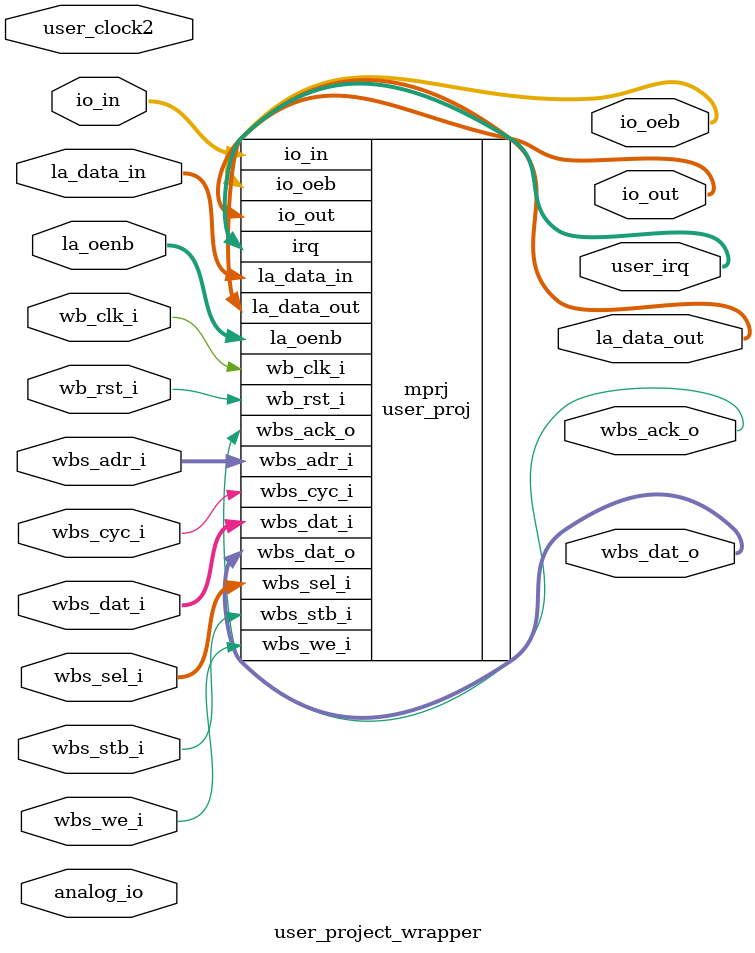
<source format=v>
module user_project_wrapper (user_clock2,
    wb_clk_i,
    wb_rst_i,
    wbs_ack_o,
    wbs_cyc_i,
    wbs_stb_i,
    wbs_we_i,
    analog_io,
    io_in,
    io_oeb,
    io_out,
    la_data_in,
    la_data_out,
    la_oenb,
    user_irq,
    wbs_adr_i,
    wbs_dat_i,
    wbs_dat_o,
    wbs_sel_i);
 input user_clock2;
 input wb_clk_i;
 input wb_rst_i;
 output wbs_ack_o;
 input wbs_cyc_i;
 input wbs_stb_i;
 input wbs_we_i;
 inout [28:0] analog_io;
 input [37:0] io_in;
 output [37:0] io_oeb;
 output [37:0] io_out;
 input [127:0] la_data_in;
 output [127:0] la_data_out;
 input [127:0] la_oenb;
 output [2:0] user_irq;
 input [31:0] wbs_adr_i;
 input [31:0] wbs_dat_i;
 output [31:0] wbs_dat_o;
 input [3:0] wbs_sel_i;


 user_proj mprj (.wb_clk_i(wb_clk_i),
    .wb_rst_i(wb_rst_i),
    .wbs_ack_o(wbs_ack_o),
    .wbs_cyc_i(wbs_cyc_i),
    .wbs_stb_i(wbs_stb_i),
    .wbs_we_i(wbs_we_i),
    .io_in({io_in[37],
    io_in[36],
    io_in[35],
    io_in[34],
    io_in[33],
    io_in[32],
    io_in[31],
    io_in[30],
    io_in[29],
    io_in[28],
    io_in[27],
    io_in[26],
    io_in[25],
    io_in[24],
    io_in[23],
    io_in[22],
    io_in[21],
    io_in[20],
    io_in[19],
    io_in[18],
    io_in[17],
    io_in[16],
    io_in[15],
    io_in[14],
    io_in[13],
    io_in[12],
    io_in[11],
    io_in[10],
    io_in[9],
    io_in[8],
    io_in[7],
    io_in[6],
    io_in[5],
    io_in[4],
    io_in[3],
    io_in[2],
    io_in[1],
    io_in[0]}),
    .io_oeb({io_oeb[37],
    io_oeb[36],
    io_oeb[35],
    io_oeb[34],
    io_oeb[33],
    io_oeb[32],
    io_oeb[31],
    io_oeb[30],
    io_oeb[29],
    io_oeb[28],
    io_oeb[27],
    io_oeb[26],
    io_oeb[25],
    io_oeb[24],
    io_oeb[23],
    io_oeb[22],
    io_oeb[21],
    io_oeb[20],
    io_oeb[19],
    io_oeb[18],
    io_oeb[17],
    io_oeb[16],
    io_oeb[15],
    io_oeb[14],
    io_oeb[13],
    io_oeb[12],
    io_oeb[11],
    io_oeb[10],
    io_oeb[9],
    io_oeb[8],
    io_oeb[7],
    io_oeb[6],
    io_oeb[5],
    io_oeb[4],
    io_oeb[3],
    io_oeb[2],
    io_oeb[1],
    io_oeb[0]}),
    .io_out({io_out[37],
    io_out[36],
    io_out[35],
    io_out[34],
    io_out[33],
    io_out[32],
    io_out[31],
    io_out[30],
    io_out[29],
    io_out[28],
    io_out[27],
    io_out[26],
    io_out[25],
    io_out[24],
    io_out[23],
    io_out[22],
    io_out[21],
    io_out[20],
    io_out[19],
    io_out[18],
    io_out[17],
    io_out[16],
    io_out[15],
    io_out[14],
    io_out[13],
    io_out[12],
    io_out[11],
    io_out[10],
    io_out[9],
    io_out[8],
    io_out[7],
    io_out[6],
    io_out[5],
    io_out[4],
    io_out[3],
    io_out[2],
    io_out[1],
    io_out[0]}),
    .irq({user_irq[2],
    user_irq[1],
    user_irq[0]}),
    .la_data_in({la_data_in[127],
    la_data_in[126],
    la_data_in[125],
    la_data_in[124],
    la_data_in[123],
    la_data_in[122],
    la_data_in[121],
    la_data_in[120],
    la_data_in[119],
    la_data_in[118],
    la_data_in[117],
    la_data_in[116],
    la_data_in[115],
    la_data_in[114],
    la_data_in[113],
    la_data_in[112],
    la_data_in[111],
    la_data_in[110],
    la_data_in[109],
    la_data_in[108],
    la_data_in[107],
    la_data_in[106],
    la_data_in[105],
    la_data_in[104],
    la_data_in[103],
    la_data_in[102],
    la_data_in[101],
    la_data_in[100],
    la_data_in[99],
    la_data_in[98],
    la_data_in[97],
    la_data_in[96],
    la_data_in[95],
    la_data_in[94],
    la_data_in[93],
    la_data_in[92],
    la_data_in[91],
    la_data_in[90],
    la_data_in[89],
    la_data_in[88],
    la_data_in[87],
    la_data_in[86],
    la_data_in[85],
    la_data_in[84],
    la_data_in[83],
    la_data_in[82],
    la_data_in[81],
    la_data_in[80],
    la_data_in[79],
    la_data_in[78],
    la_data_in[77],
    la_data_in[76],
    la_data_in[75],
    la_data_in[74],
    la_data_in[73],
    la_data_in[72],
    la_data_in[71],
    la_data_in[70],
    la_data_in[69],
    la_data_in[68],
    la_data_in[67],
    la_data_in[66],
    la_data_in[65],
    la_data_in[64],
    la_data_in[63],
    la_data_in[62],
    la_data_in[61],
    la_data_in[60],
    la_data_in[59],
    la_data_in[58],
    la_data_in[57],
    la_data_in[56],
    la_data_in[55],
    la_data_in[54],
    la_data_in[53],
    la_data_in[52],
    la_data_in[51],
    la_data_in[50],
    la_data_in[49],
    la_data_in[48],
    la_data_in[47],
    la_data_in[46],
    la_data_in[45],
    la_data_in[44],
    la_data_in[43],
    la_data_in[42],
    la_data_in[41],
    la_data_in[40],
    la_data_in[39],
    la_data_in[38],
    la_data_in[37],
    la_data_in[36],
    la_data_in[35],
    la_data_in[34],
    la_data_in[33],
    la_data_in[32],
    la_data_in[31],
    la_data_in[30],
    la_data_in[29],
    la_data_in[28],
    la_data_in[27],
    la_data_in[26],
    la_data_in[25],
    la_data_in[24],
    la_data_in[23],
    la_data_in[22],
    la_data_in[21],
    la_data_in[20],
    la_data_in[19],
    la_data_in[18],
    la_data_in[17],
    la_data_in[16],
    la_data_in[15],
    la_data_in[14],
    la_data_in[13],
    la_data_in[12],
    la_data_in[11],
    la_data_in[10],
    la_data_in[9],
    la_data_in[8],
    la_data_in[7],
    la_data_in[6],
    la_data_in[5],
    la_data_in[4],
    la_data_in[3],
    la_data_in[2],
    la_data_in[1],
    la_data_in[0]}),
    .la_data_out({la_data_out[127],
    la_data_out[126],
    la_data_out[125],
    la_data_out[124],
    la_data_out[123],
    la_data_out[122],
    la_data_out[121],
    la_data_out[120],
    la_data_out[119],
    la_data_out[118],
    la_data_out[117],
    la_data_out[116],
    la_data_out[115],
    la_data_out[114],
    la_data_out[113],
    la_data_out[112],
    la_data_out[111],
    la_data_out[110],
    la_data_out[109],
    la_data_out[108],
    la_data_out[107],
    la_data_out[106],
    la_data_out[105],
    la_data_out[104],
    la_data_out[103],
    la_data_out[102],
    la_data_out[101],
    la_data_out[100],
    la_data_out[99],
    la_data_out[98],
    la_data_out[97],
    la_data_out[96],
    la_data_out[95],
    la_data_out[94],
    la_data_out[93],
    la_data_out[92],
    la_data_out[91],
    la_data_out[90],
    la_data_out[89],
    la_data_out[88],
    la_data_out[87],
    la_data_out[86],
    la_data_out[85],
    la_data_out[84],
    la_data_out[83],
    la_data_out[82],
    la_data_out[81],
    la_data_out[80],
    la_data_out[79],
    la_data_out[78],
    la_data_out[77],
    la_data_out[76],
    la_data_out[75],
    la_data_out[74],
    la_data_out[73],
    la_data_out[72],
    la_data_out[71],
    la_data_out[70],
    la_data_out[69],
    la_data_out[68],
    la_data_out[67],
    la_data_out[66],
    la_data_out[65],
    la_data_out[64],
    la_data_out[63],
    la_data_out[62],
    la_data_out[61],
    la_data_out[60],
    la_data_out[59],
    la_data_out[58],
    la_data_out[57],
    la_data_out[56],
    la_data_out[55],
    la_data_out[54],
    la_data_out[53],
    la_data_out[52],
    la_data_out[51],
    la_data_out[50],
    la_data_out[49],
    la_data_out[48],
    la_data_out[47],
    la_data_out[46],
    la_data_out[45],
    la_data_out[44],
    la_data_out[43],
    la_data_out[42],
    la_data_out[41],
    la_data_out[40],
    la_data_out[39],
    la_data_out[38],
    la_data_out[37],
    la_data_out[36],
    la_data_out[35],
    la_data_out[34],
    la_data_out[33],
    la_data_out[32],
    la_data_out[31],
    la_data_out[30],
    la_data_out[29],
    la_data_out[28],
    la_data_out[27],
    la_data_out[26],
    la_data_out[25],
    la_data_out[24],
    la_data_out[23],
    la_data_out[22],
    la_data_out[21],
    la_data_out[20],
    la_data_out[19],
    la_data_out[18],
    la_data_out[17],
    la_data_out[16],
    la_data_out[15],
    la_data_out[14],
    la_data_out[13],
    la_data_out[12],
    la_data_out[11],
    la_data_out[10],
    la_data_out[9],
    la_data_out[8],
    la_data_out[7],
    la_data_out[6],
    la_data_out[5],
    la_data_out[4],
    la_data_out[3],
    la_data_out[2],
    la_data_out[1],
    la_data_out[0]}),
    .la_oenb({la_oenb[127],
    la_oenb[126],
    la_oenb[125],
    la_oenb[124],
    la_oenb[123],
    la_oenb[122],
    la_oenb[121],
    la_oenb[120],
    la_oenb[119],
    la_oenb[118],
    la_oenb[117],
    la_oenb[116],
    la_oenb[115],
    la_oenb[114],
    la_oenb[113],
    la_oenb[112],
    la_oenb[111],
    la_oenb[110],
    la_oenb[109],
    la_oenb[108],
    la_oenb[107],
    la_oenb[106],
    la_oenb[105],
    la_oenb[104],
    la_oenb[103],
    la_oenb[102],
    la_oenb[101],
    la_oenb[100],
    la_oenb[99],
    la_oenb[98],
    la_oenb[97],
    la_oenb[96],
    la_oenb[95],
    la_oenb[94],
    la_oenb[93],
    la_oenb[92],
    la_oenb[91],
    la_oenb[90],
    la_oenb[89],
    la_oenb[88],
    la_oenb[87],
    la_oenb[86],
    la_oenb[85],
    la_oenb[84],
    la_oenb[83],
    la_oenb[82],
    la_oenb[81],
    la_oenb[80],
    la_oenb[79],
    la_oenb[78],
    la_oenb[77],
    la_oenb[76],
    la_oenb[75],
    la_oenb[74],
    la_oenb[73],
    la_oenb[72],
    la_oenb[71],
    la_oenb[70],
    la_oenb[69],
    la_oenb[68],
    la_oenb[67],
    la_oenb[66],
    la_oenb[65],
    la_oenb[64],
    la_oenb[63],
    la_oenb[62],
    la_oenb[61],
    la_oenb[60],
    la_oenb[59],
    la_oenb[58],
    la_oenb[57],
    la_oenb[56],
    la_oenb[55],
    la_oenb[54],
    la_oenb[53],
    la_oenb[52],
    la_oenb[51],
    la_oenb[50],
    la_oenb[49],
    la_oenb[48],
    la_oenb[47],
    la_oenb[46],
    la_oenb[45],
    la_oenb[44],
    la_oenb[43],
    la_oenb[42],
    la_oenb[41],
    la_oenb[40],
    la_oenb[39],
    la_oenb[38],
    la_oenb[37],
    la_oenb[36],
    la_oenb[35],
    la_oenb[34],
    la_oenb[33],
    la_oenb[32],
    la_oenb[31],
    la_oenb[30],
    la_oenb[29],
    la_oenb[28],
    la_oenb[27],
    la_oenb[26],
    la_oenb[25],
    la_oenb[24],
    la_oenb[23],
    la_oenb[22],
    la_oenb[21],
    la_oenb[20],
    la_oenb[19],
    la_oenb[18],
    la_oenb[17],
    la_oenb[16],
    la_oenb[15],
    la_oenb[14],
    la_oenb[13],
    la_oenb[12],
    la_oenb[11],
    la_oenb[10],
    la_oenb[9],
    la_oenb[8],
    la_oenb[7],
    la_oenb[6],
    la_oenb[5],
    la_oenb[4],
    la_oenb[3],
    la_oenb[2],
    la_oenb[1],
    la_oenb[0]}),
    .wbs_adr_i({wbs_adr_i[31],
    wbs_adr_i[30],
    wbs_adr_i[29],
    wbs_adr_i[28],
    wbs_adr_i[27],
    wbs_adr_i[26],
    wbs_adr_i[25],
    wbs_adr_i[24],
    wbs_adr_i[23],
    wbs_adr_i[22],
    wbs_adr_i[21],
    wbs_adr_i[20],
    wbs_adr_i[19],
    wbs_adr_i[18],
    wbs_adr_i[17],
    wbs_adr_i[16],
    wbs_adr_i[15],
    wbs_adr_i[14],
    wbs_adr_i[13],
    wbs_adr_i[12],
    wbs_adr_i[11],
    wbs_adr_i[10],
    wbs_adr_i[9],
    wbs_adr_i[8],
    wbs_adr_i[7],
    wbs_adr_i[6],
    wbs_adr_i[5],
    wbs_adr_i[4],
    wbs_adr_i[3],
    wbs_adr_i[2],
    wbs_adr_i[1],
    wbs_adr_i[0]}),
    .wbs_dat_i({wbs_dat_i[31],
    wbs_dat_i[30],
    wbs_dat_i[29],
    wbs_dat_i[28],
    wbs_dat_i[27],
    wbs_dat_i[26],
    wbs_dat_i[25],
    wbs_dat_i[24],
    wbs_dat_i[23],
    wbs_dat_i[22],
    wbs_dat_i[21],
    wbs_dat_i[20],
    wbs_dat_i[19],
    wbs_dat_i[18],
    wbs_dat_i[17],
    wbs_dat_i[16],
    wbs_dat_i[15],
    wbs_dat_i[14],
    wbs_dat_i[13],
    wbs_dat_i[12],
    wbs_dat_i[11],
    wbs_dat_i[10],
    wbs_dat_i[9],
    wbs_dat_i[8],
    wbs_dat_i[7],
    wbs_dat_i[6],
    wbs_dat_i[5],
    wbs_dat_i[4],
    wbs_dat_i[3],
    wbs_dat_i[2],
    wbs_dat_i[1],
    wbs_dat_i[0]}),
    .wbs_dat_o({wbs_dat_o[31],
    wbs_dat_o[30],
    wbs_dat_o[29],
    wbs_dat_o[28],
    wbs_dat_o[27],
    wbs_dat_o[26],
    wbs_dat_o[25],
    wbs_dat_o[24],
    wbs_dat_o[23],
    wbs_dat_o[22],
    wbs_dat_o[21],
    wbs_dat_o[20],
    wbs_dat_o[19],
    wbs_dat_o[18],
    wbs_dat_o[17],
    wbs_dat_o[16],
    wbs_dat_o[15],
    wbs_dat_o[14],
    wbs_dat_o[13],
    wbs_dat_o[12],
    wbs_dat_o[11],
    wbs_dat_o[10],
    wbs_dat_o[9],
    wbs_dat_o[8],
    wbs_dat_o[7],
    wbs_dat_o[6],
    wbs_dat_o[5],
    wbs_dat_o[4],
    wbs_dat_o[3],
    wbs_dat_o[2],
    wbs_dat_o[1],
    wbs_dat_o[0]}),
    .wbs_sel_i({wbs_sel_i[3],
    wbs_sel_i[2],
    wbs_sel_i[1],
    wbs_sel_i[0]}));
endmodule


</source>
